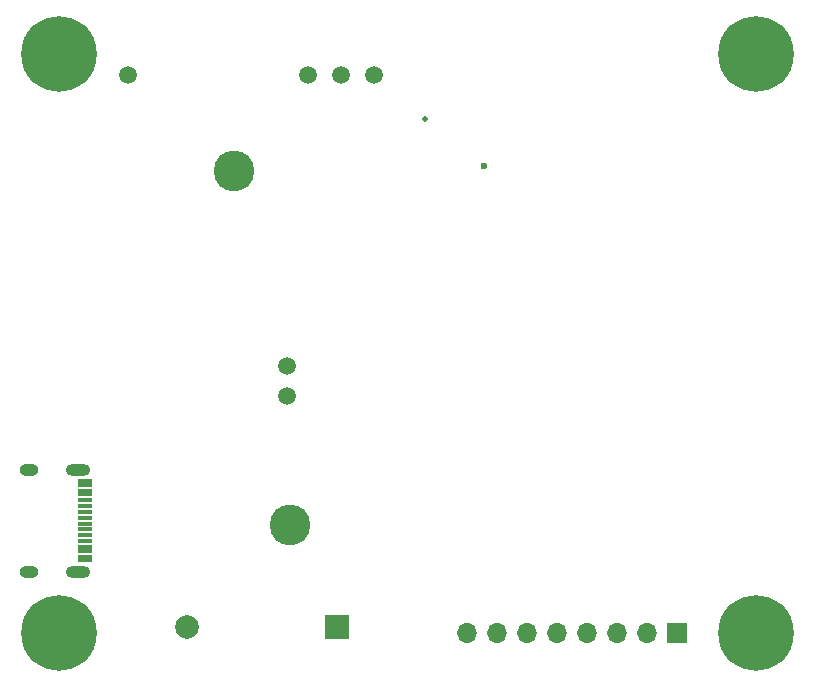
<source format=gbr>
%TF.GenerationSoftware,KiCad,Pcbnew,7.0.6-0*%
%TF.CreationDate,2023-08-18T22:24:39+03:00*%
%TF.ProjectId,iot-data-logger-nfc-samd21,696f742d-6461-4746-912d-6c6f67676572,rev?*%
%TF.SameCoordinates,Original*%
%TF.FileFunction,Soldermask,Bot*%
%TF.FilePolarity,Negative*%
%FSLAX46Y46*%
G04 Gerber Fmt 4.6, Leading zero omitted, Abs format (unit mm)*
G04 Created by KiCad (PCBNEW 7.0.6-0) date 2023-08-18 22:24:39*
%MOMM*%
%LPD*%
G01*
G04 APERTURE LIST*
%ADD10C,1.500000*%
%ADD11R,1.700000X1.700000*%
%ADD12O,1.700000X1.700000*%
%ADD13C,0.800000*%
%ADD14C,6.400000*%
%ADD15C,0.600000*%
%ADD16C,0.500000*%
%ADD17O,1.600000X1.000000*%
%ADD18O,2.100000X1.000000*%
%ADD19R,1.150000X0.300000*%
%ADD20C,3.450000*%
%ADD21R,2.000000X2.000000*%
%ADD22C,2.000000*%
G04 APERTURE END LIST*
D10*
%TO.C,TP1*%
X83566000Y-46228000D03*
%TD*%
D11*
%TO.C,J1*%
X114808000Y-93472000D03*
D12*
X112268000Y-93472000D03*
X109728000Y-93472000D03*
X107188000Y-93472000D03*
X104648000Y-93472000D03*
X102108000Y-93472000D03*
X99568000Y-93472000D03*
X97028000Y-93472000D03*
%TD*%
D13*
%TO.C,H3*%
X119100000Y-93500000D03*
X119802944Y-91802944D03*
X119802944Y-95197056D03*
X121500000Y-91100000D03*
D14*
X121500000Y-93500000D03*
D13*
X121500000Y-95900000D03*
X123197056Y-91802944D03*
X123197056Y-95197056D03*
X123900000Y-93500000D03*
%TD*%
D10*
%TO.C,TP6*%
X89154000Y-46228000D03*
%TD*%
%TO.C,TP8*%
X81788000Y-70866000D03*
%TD*%
%TO.C,TP2*%
X86360000Y-46228000D03*
%TD*%
%TO.C,TP11*%
X68326000Y-46228000D03*
%TD*%
D13*
%TO.C,H1*%
X60100000Y-44500000D03*
X60802944Y-42802944D03*
X60802944Y-46197056D03*
X62500000Y-42100000D03*
D14*
X62500000Y-44500000D03*
D13*
X62500000Y-46900000D03*
X64197056Y-42802944D03*
X64197056Y-46197056D03*
X64900000Y-44500000D03*
%TD*%
D10*
%TO.C,TP9*%
X81788000Y-73406000D03*
%TD*%
D15*
%TO.C,AE1*%
X98500000Y-54000000D03*
D16*
X93500000Y-50000000D03*
%TD*%
D13*
%TO.C,H4*%
X60100000Y-93500000D03*
X60802944Y-91802944D03*
X60802944Y-95197056D03*
X62500000Y-91100000D03*
D14*
X62500000Y-93500000D03*
D13*
X62500000Y-95900000D03*
X64197056Y-91802944D03*
X64197056Y-95197056D03*
X64900000Y-93500000D03*
%TD*%
%TO.C,H2*%
X119100000Y-44500000D03*
X119802944Y-42802944D03*
X119802944Y-46197056D03*
X121500000Y-42100000D03*
D14*
X121500000Y-44500000D03*
D13*
X121500000Y-46900000D03*
X123197056Y-42802944D03*
X123197056Y-46197056D03*
X123900000Y-44500000D03*
%TD*%
D17*
%TO.C,J2*%
X59925000Y-88320000D03*
X59925000Y-79680000D03*
D18*
X64105000Y-79680000D03*
D19*
X64670000Y-87350000D03*
X64670000Y-86550000D03*
X64670000Y-85250000D03*
X64670000Y-84250000D03*
X64670000Y-83750000D03*
X64670000Y-82750000D03*
X64670000Y-81450000D03*
X64670000Y-80650000D03*
X64670000Y-80950000D03*
X64670000Y-81750000D03*
X64670000Y-82250000D03*
X64670000Y-83250000D03*
X64670000Y-84750000D03*
X64670000Y-85750000D03*
X64670000Y-86250000D03*
X64670000Y-87050000D03*
D18*
X64105000Y-88320000D03*
%TD*%
D20*
%TO.C,BT1*%
X82000000Y-84360000D03*
X77300000Y-54390000D03*
D21*
X86000000Y-93000000D03*
D22*
X73300000Y-93000000D03*
%TD*%
M02*

</source>
